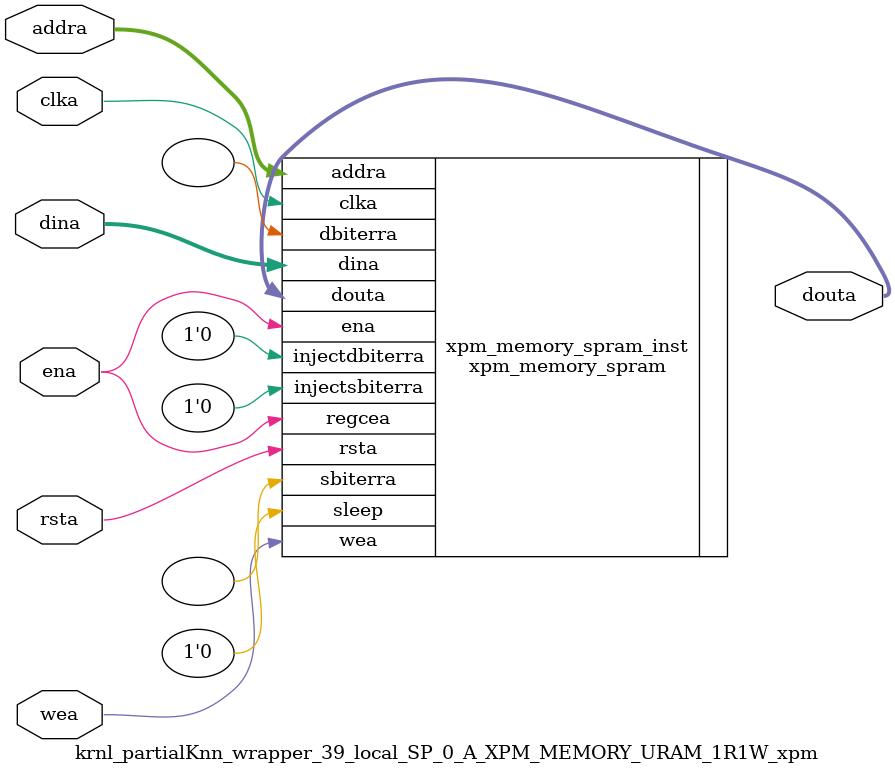
<source format=v>
`timescale 1 ns / 1 ps
module krnl_partialKnn_wrapper_39_local_SP_0_A_XPM_MEMORY_URAM_1R1W_xpm # (
  // Common module parameters
  parameter integer                 MEMORY_SIZE        = 524288,
  parameter                         MEMORY_PRIMITIVE   = "ultra",
  parameter                         ECC_MODE           = "no_ecc",
  parameter                         MEMORY_INIT_FILE   = "none",
  parameter                         WAKEUP_TIME        = "disable_sleep",
  parameter integer                 MESSAGE_CONTROL    = 0,
  // Port A module parameters
  parameter integer                 WRITE_DATA_WIDTH_A = 256,
  parameter integer                 READ_DATA_WIDTH_A  = WRITE_DATA_WIDTH_A,
  parameter integer                 BYTE_WRITE_WIDTH_A = WRITE_DATA_WIDTH_A,
  parameter integer                 ADDR_WIDTH_A       = 11,
  parameter                         READ_RESET_VALUE_A = "0",
  parameter integer                 READ_LATENCY_A     = 1,
  parameter                         WRITE_MODE_A       = "read_first"
) (
  // Port A module ports
  input  wire                                               clka,
  input  wire                                               rsta,
  input  wire                                               ena,
  input  wire [(WRITE_DATA_WIDTH_A/BYTE_WRITE_WIDTH_A)-1:0] wea,
  input  wire [ADDR_WIDTH_A-1:0]                            addra,
  input  wire [WRITE_DATA_WIDTH_A-1:0]                      dina,
  output wire [READ_DATA_WIDTH_A-1:0]                       douta
);
// Set parameter values and connect ports to instantiate an XPM_MEMORY single port RAM configuration
xpm_memory_spram # (
  // Common module parameters
  .MEMORY_SIZE        (MEMORY_SIZE),   //positive integer
  .MEMORY_PRIMITIVE   (MEMORY_PRIMITIVE),      //string; "auto", "distributed", "block" or "ultra";
  .ECC_MODE           (ECC_MODE),      //do not change
  .MEMORY_INIT_FILE   (MEMORY_INIT_FILE), //string; "none" or "<filename>.mem" 
  .MEMORY_INIT_PARAM  (""), //string;
  .WAKEUP_TIME        (WAKEUP_TIME),      //string; "disable_sleep" or "use_sleep_pin"
  .MESSAGE_CONTROL    (MESSAGE_CONTROL),      //do not change
  // Port A module parameters
  .WRITE_DATA_WIDTH_A (WRITE_DATA_WIDTH_A),     //positive integer
  .READ_DATA_WIDTH_A  (READ_DATA_WIDTH_A),     //positive integer
  .BYTE_WRITE_WIDTH_A (BYTE_WRITE_WIDTH_A),     //integer; 8, 9, or WRITE_DATA_WIDTH_A value
  .ADDR_WIDTH_A       (ADDR_WIDTH_A),      //positive integer
  .READ_RESET_VALUE_A (READ_RESET_VALUE_A),  //string
  .READ_LATENCY_A     (READ_LATENCY_A),      //non-negative integer
  .WRITE_MODE_A       (WRITE_MODE_A)       //string; "write_first", "read_first", "no_change"
) xpm_memory_spram_inst (
  // Common module ports
  .sleep          (1'b0),  //do not change
  // Port A module ports
  .clka           (clka),
  .rsta           (rsta),
  .ena            (ena),
  .regcea         (ena),
  .wea            (wea),
  .addra          (addra),
  .dina           (dina),
  .injectsbiterra (1'b0),  //do not change
  .injectdbiterra (1'b0),  //do not change
  .douta          (douta),
  .sbiterra       (),      //do not change
  .dbiterra       ()       //do not change
);
endmodule
</source>
